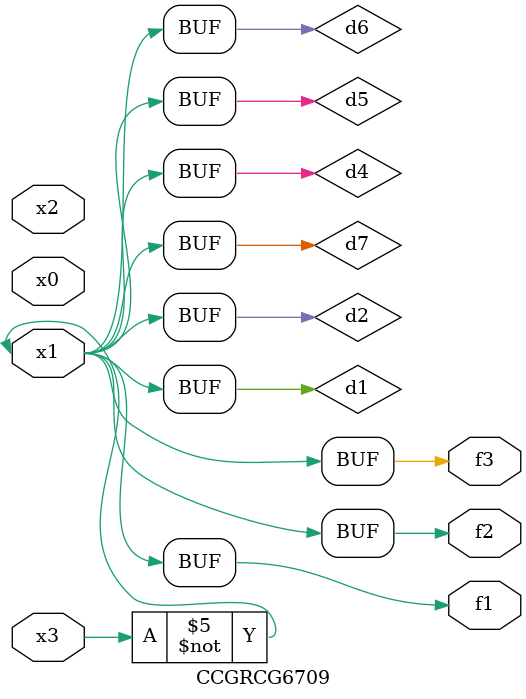
<source format=v>
module CCGRCG6709(
	input x0, x1, x2, x3,
	output f1, f2, f3
);

	wire d1, d2, d3, d4, d5, d6, d7;

	not (d1, x3);
	buf (d2, x1);
	xnor (d3, d1, d2);
	nor (d4, d1);
	buf (d5, d1, d2);
	buf (d6, d4, d5);
	nand (d7, d4);
	assign f1 = d6;
	assign f2 = d7;
	assign f3 = d6;
endmodule

</source>
